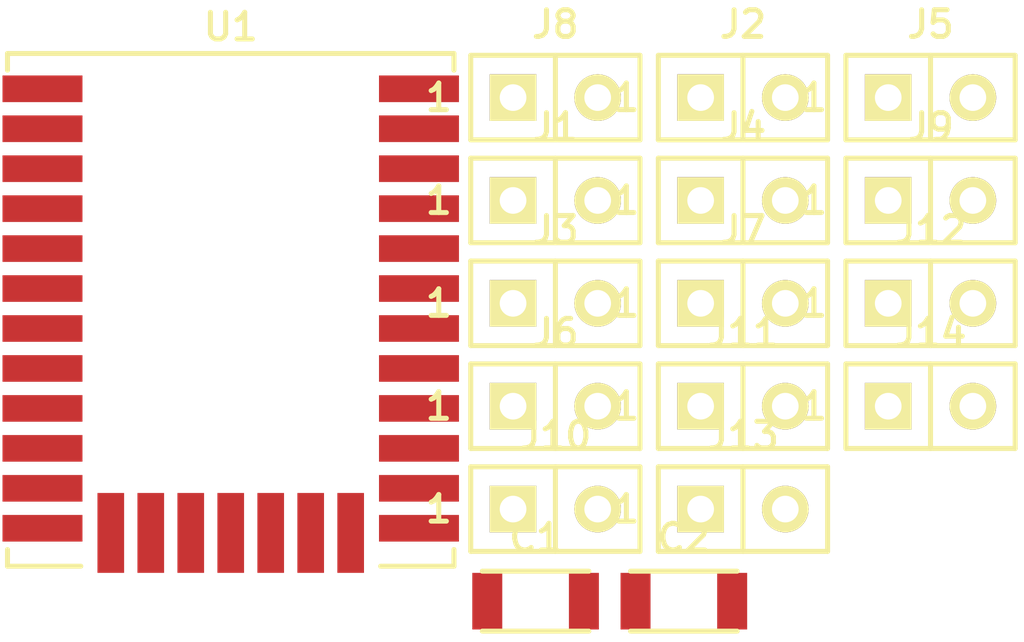
<source format=kicad_pcb>
(kicad_pcb (version 20171130) (host pcbnew "(5.0.2)-1")

  (general
    (thickness 1.6)
    (drawings 0)
    (tracks 0)
    (zones 0)
    (modules 17)
    (nets 43)
  )

  (page A4)
  (layers
    (0 F.Cu signal)
    (31 B.Cu signal)
    (32 B.Adhes user)
    (33 F.Adhes user)
    (34 B.Paste user)
    (35 F.Paste user)
    (36 B.SilkS user)
    (37 F.SilkS user)
    (38 B.Mask user)
    (39 F.Mask user)
    (40 Dwgs.User user)
    (41 Cmts.User user)
    (42 Eco1.User user)
    (43 Eco2.User user)
    (44 Edge.Cuts user)
    (45 Margin user)
    (46 B.CrtYd user)
    (47 F.CrtYd user)
    (48 B.Fab user)
    (49 F.Fab user)
  )

  (setup
    (last_trace_width 0.25)
    (trace_clearance 0.2)
    (zone_clearance 0.508)
    (zone_45_only no)
    (trace_min 0.2)
    (segment_width 0.2)
    (edge_width 0.15)
    (via_size 0.8)
    (via_drill 0.4)
    (via_min_size 0.4)
    (via_min_drill 0.3)
    (uvia_size 0.3)
    (uvia_drill 0.1)
    (uvias_allowed no)
    (uvia_min_size 0.2)
    (uvia_min_drill 0.1)
    (pcb_text_width 0.3)
    (pcb_text_size 1.5 1.5)
    (mod_edge_width 0.15)
    (mod_text_size 1 1)
    (mod_text_width 0.15)
    (pad_size 1.524 1.524)
    (pad_drill 0.762)
    (pad_to_mask_clearance 0.2)
    (solder_mask_min_width 0.25)
    (aux_axis_origin 0 0)
    (visible_elements 7FFFFFFF)
    (pcbplotparams
      (layerselection 0x010fc_ffffffff)
      (usegerberextensions false)
      (usegerberattributes false)
      (usegerberadvancedattributes false)
      (creategerberjobfile false)
      (excludeedgelayer true)
      (linewidth 0.100000)
      (plotframeref false)
      (viasonmask false)
      (mode 1)
      (useauxorigin false)
      (hpglpennumber 1)
      (hpglpenspeed 20)
      (hpglpendiameter 15.000000)
      (psnegative false)
      (psa4output false)
      (plotreference true)
      (plotvalue true)
      (plotinvisibletext false)
      (padsonsilk false)
      (subtractmaskfromsilk false)
      (outputformat 1)
      (mirror false)
      (drillshape 1)
      (scaleselection 1)
      (outputdirectory ""))
  )

  (net 0 "")
  (net 1 +VDD)
  (net 2 GND-ISO)
  (net 3 +3.3V)
  (net 4 GND)
  (net 5 /ARDUINO_D0)
  (net 6 /BLE_TX)
  (net 7 /ARDUINO_D14)
  (net 8 /ARDUINO_A0)
  (net 9 /ARDUINO_A4)
  (net 10 /ARDUINO_D1)
  (net 11 /BLE_RX)
  (net 12 /ARDUINO_D15)
  (net 13 /ARDUINO_A1)
  (net 14 /ARDUINO_A5)
  (net 15 /BLE_RESET)
  (net 16 /ARDUINO_D2)
  (net 17 /ARDUINO_D3)
  (net 18 /ARDUINO_D4)
  (net 19 /ARDUINO_D5)
  (net 20 "Net-(U1-Pad2)")
  (net 21 "Net-(U1-Pad3)")
  (net 22 "Net-(U1-Pad4)")
  (net 23 "Net-(U1-Pad7)")
  (net 24 "Net-(U1-Pad8)")
  (net 25 "Net-(U1-Pad9)")
  (net 26 "Net-(U1-Pad10)")
  (net 27 "Net-(U1-Pad11)")
  (net 28 "Net-(U1-Pad28)")
  (net 29 "Net-(U1-Pad27)")
  (net 30 "Net-(U1-Pad26)")
  (net 31 "Net-(U1-Pad25)")
  (net 32 "Net-(U1-Pad24)")
  (net 33 "Net-(U1-Pad23)")
  (net 34 "Net-(U1-Pad22)")
  (net 35 "Net-(U1-Pad21)")
  (net 36 "Net-(U1-Pad16)")
  (net 37 "Net-(U1-Pad17)")
  (net 38 "Net-(U1-Pad18)")
  (net 39 "Net-(U1-Pad19)")
  (net 40 "Net-(U1-Pad15)")
  (net 41 "Net-(U1-Pad14)")
  (net 42 "Net-(U1-Pad13)")

  (net_class Default "Questo è il gruppo di collegamenti predefinito"
    (clearance 0.2)
    (trace_width 0.25)
    (via_dia 0.8)
    (via_drill 0.4)
    (uvia_dia 0.3)
    (uvia_drill 0.1)
    (add_net +3.3V)
    (add_net +VDD)
    (add_net /ARDUINO_A0)
    (add_net /ARDUINO_A1)
    (add_net /ARDUINO_A4)
    (add_net /ARDUINO_A5)
    (add_net /ARDUINO_D0)
    (add_net /ARDUINO_D1)
    (add_net /ARDUINO_D14)
    (add_net /ARDUINO_D15)
    (add_net /ARDUINO_D2)
    (add_net /ARDUINO_D3)
    (add_net /ARDUINO_D4)
    (add_net /ARDUINO_D5)
    (add_net /BLE_RESET)
    (add_net /BLE_RX)
    (add_net /BLE_TX)
    (add_net GND)
    (add_net GND-ISO)
    (add_net "Net-(U1-Pad10)")
    (add_net "Net-(U1-Pad11)")
    (add_net "Net-(U1-Pad13)")
    (add_net "Net-(U1-Pad14)")
    (add_net "Net-(U1-Pad15)")
    (add_net "Net-(U1-Pad16)")
    (add_net "Net-(U1-Pad17)")
    (add_net "Net-(U1-Pad18)")
    (add_net "Net-(U1-Pad19)")
    (add_net "Net-(U1-Pad2)")
    (add_net "Net-(U1-Pad21)")
    (add_net "Net-(U1-Pad22)")
    (add_net "Net-(U1-Pad23)")
    (add_net "Net-(U1-Pad24)")
    (add_net "Net-(U1-Pad25)")
    (add_net "Net-(U1-Pad26)")
    (add_net "Net-(U1-Pad27)")
    (add_net "Net-(U1-Pad28)")
    (add_net "Net-(U1-Pad3)")
    (add_net "Net-(U1-Pad4)")
    (add_net "Net-(U1-Pad7)")
    (add_net "Net-(U1-Pad8)")
    (add_net "Net-(U1-Pad9)")
  )

  (module CAPACITOR:CAPACITOR-1206 (layer F.Cu) (tedit 58B964EB) (tstamp 5C9F748E)
    (at 141.805001 85.255001)
    (descr "Capacitor SMD 1206, reflow soldering, Vishay (see dcrcw.pdf)")
    (tags "capacitor 1206")
    (path /5C9400EE)
    (attr smd)
    (fp_text reference C1 (at 0 -1.9) (layer F.SilkS)
      (effects (font (size 0.8 0.8) (thickness 0.15)))
    )
    (fp_text value 4u7 (at 0 2) (layer F.Fab) hide
      (effects (font (size 0.8 0.8) (thickness 0.15)))
    )
    (fp_text user %R (at 0 -1.9) (layer F.Fab)
      (effects (font (size 0.8 0.8) (thickness 0.15)))
    )
    (fp_line (start 1.6 0.9) (end -1.6 0.9) (layer F.SilkS) (width 0.15))
    (fp_line (start -1.6 -0.9) (end 1.6 -0.9) (layer F.SilkS) (width 0.15))
    (fp_line (start 1.1 -0.8) (end 1.1 0.8) (layer F.Fab) (width 0.15))
    (fp_line (start -1.1 -0.8) (end -1.1 0.7) (layer F.Fab) (width 0.15))
    (fp_line (start -1.6 0.8) (end -1.6 -0.8) (layer F.Fab) (width 0.15))
    (fp_line (start -1.6 -0.8) (end 1.6 -0.8) (layer F.Fab) (width 0.15))
    (fp_line (start 1.6 -0.8) (end 1.6 0.8) (layer F.Fab) (width 0.15))
    (fp_line (start 1.6 0.8) (end -1.6 0.8) (layer F.Fab) (width 0.15))
    (fp_line (start -2.2 -1.2) (end 2.2 -1.2) (layer F.CrtYd) (width 0.05))
    (fp_line (start -2.2 1.2) (end 2.2 1.2) (layer F.CrtYd) (width 0.05))
    (fp_line (start -2.2 -1.2) (end -2.2 1.2) (layer F.CrtYd) (width 0.05))
    (fp_line (start 2.2 -1.2) (end 2.2 1.2) (layer F.CrtYd) (width 0.05))
    (pad 1 smd rect (at -1.45 0) (size 0.9 1.7) (layers F.Cu F.Paste F.Mask)
      (net 1 +VDD))
    (pad 2 smd rect (at 1.45 0) (size 0.9 1.7) (layers F.Cu F.Paste F.Mask)
      (net 2 GND-ISO))
    (model ${KINOWAEMOD}/packages3d/walter/capacitor/c_1206.wrl
      (at (xyz 0 0 0))
      (scale (xyz 1 1 1))
      (rotate (xyz 0 0 0))
    )
  )

  (module CAPACITOR:CAPACITOR-1206 (layer F.Cu) (tedit 58B964EB) (tstamp 5C9F74A1)
    (at 146.255001 85.255001)
    (descr "Capacitor SMD 1206, reflow soldering, Vishay (see dcrcw.pdf)")
    (tags "capacitor 1206")
    (path /5C940195)
    (attr smd)
    (fp_text reference C2 (at 0 -1.9) (layer F.SilkS)
      (effects (font (size 0.8 0.8) (thickness 0.15)))
    )
    (fp_text value 100n (at 0 2) (layer F.Fab) hide
      (effects (font (size 0.8 0.8) (thickness 0.15)))
    )
    (fp_line (start 2.2 -1.2) (end 2.2 1.2) (layer F.CrtYd) (width 0.05))
    (fp_line (start -2.2 -1.2) (end -2.2 1.2) (layer F.CrtYd) (width 0.05))
    (fp_line (start -2.2 1.2) (end 2.2 1.2) (layer F.CrtYd) (width 0.05))
    (fp_line (start -2.2 -1.2) (end 2.2 -1.2) (layer F.CrtYd) (width 0.05))
    (fp_line (start 1.6 0.8) (end -1.6 0.8) (layer F.Fab) (width 0.15))
    (fp_line (start 1.6 -0.8) (end 1.6 0.8) (layer F.Fab) (width 0.15))
    (fp_line (start -1.6 -0.8) (end 1.6 -0.8) (layer F.Fab) (width 0.15))
    (fp_line (start -1.6 0.8) (end -1.6 -0.8) (layer F.Fab) (width 0.15))
    (fp_line (start -1.1 -0.8) (end -1.1 0.7) (layer F.Fab) (width 0.15))
    (fp_line (start 1.1 -0.8) (end 1.1 0.8) (layer F.Fab) (width 0.15))
    (fp_line (start -1.6 -0.9) (end 1.6 -0.9) (layer F.SilkS) (width 0.15))
    (fp_line (start 1.6 0.9) (end -1.6 0.9) (layer F.SilkS) (width 0.15))
    (fp_text user %R (at 0 -1.9) (layer F.Fab)
      (effects (font (size 0.8 0.8) (thickness 0.15)))
    )
    (pad 2 smd rect (at 1.45 0) (size 0.9 1.7) (layers F.Cu F.Paste F.Mask)
      (net 2 GND-ISO))
    (pad 1 smd rect (at -1.45 0) (size 0.9 1.7) (layers F.Cu F.Paste F.Mask)
      (net 1 +VDD))
    (model ${KINOWAEMOD}/packages3d/walter/capacitor/c_1206.wrl
      (at (xyz 0 0 0))
      (scale (xyz 1 1 1))
      (rotate (xyz 0 0 0))
    )
  )

  (module CONNECTOR:CONN-STRIP-2x1-2.54 (layer F.Cu) (tedit 5988927C) (tstamp 5C9F74BC)
    (at 142.399001 73.219001)
    (descr "Strip connector 4x1 2.54mm 180G")
    (path /5C8DF068)
    (fp_text reference J1 (at 0 -2.2) (layer F.SilkS)
      (effects (font (size 0.8 0.8) (thickness 0.15)))
    )
    (fp_text value JUMPER-2 (at 0 2.3) (layer F.Fab) hide
      (effects (font (size 0.8 0.8) (thickness 0.15)))
    )
    (fp_line (start -1.67 0) (end -0.87 0) (layer F.Fab) (width 0.1))
    (fp_line (start 0.87 0) (end 1.67 0) (layer F.Fab) (width 0.1))
    (fp_line (start -1.27 -0.4) (end -1.27 0.4) (layer F.Fab) (width 0.1))
    (fp_line (start 1.27 -0.4) (end 1.27 0.4) (layer F.Fab) (width 0.1))
    (fp_circle (center -1.27 0) (end -0.87 0) (layer F.Fab) (width 0.1))
    (fp_circle (center 1.27 0) (end 1.67 0) (layer F.Fab) (width 0.1))
    (fp_line (start -2.54 1.27) (end -2.54 -1.27) (layer F.Fab) (width 0.15))
    (fp_line (start 2.54 1.27) (end -2.54 1.27) (layer F.Fab) (width 0.15))
    (fp_line (start 2.54 -1.27) (end 2.54 1.27) (layer F.Fab) (width 0.15))
    (fp_line (start -2.54 -1.27) (end 2.54 -1.27) (layer F.Fab) (width 0.15))
    (fp_line (start -2.54 1.27) (end -2.54 -1.27) (layer F.SilkS) (width 0.15))
    (fp_line (start 2.54 1.27) (end -2.54 1.27) (layer F.SilkS) (width 0.15))
    (fp_line (start 2.54 -1.27) (end 2.54 1.27) (layer F.SilkS) (width 0.15))
    (fp_line (start -2.54 -1.27) (end 2.54 -1.27) (layer F.SilkS) (width 0.15))
    (fp_line (start 0 -1.27) (end 0 1.27) (layer F.SilkS) (width 0.15))
    (fp_text user 1 (at -3.5 0) (layer F.SilkS)
      (effects (font (size 0.8 0.8) (thickness 0.15)))
    )
    (fp_line (start -2.794 1.524) (end -2.794 -1.524) (layer F.CrtYd) (width 0.05))
    (fp_line (start 2.794 1.524) (end -2.794 1.524) (layer F.CrtYd) (width 0.05))
    (fp_line (start 2.794 -1.524) (end 2.794 1.524) (layer F.CrtYd) (width 0.05))
    (fp_line (start -2.794 -1.524) (end 2.794 -1.524) (layer F.CrtYd) (width 0.05))
    (fp_text user %R (at 0 -2.2) (layer F.Fab)
      (effects (font (size 0.8 0.8) (thickness 0.15)))
    )
    (pad 1 thru_hole rect (at -1.27 0) (size 1.4 1.4) (drill 0.8) (layers *.Cu *.Mask F.SilkS)
      (net 3 +3.3V))
    (pad 2 thru_hole circle (at 1.27 0) (size 1.4 1.4) (drill 0.8) (layers *.Cu *.Mask F.SilkS)
      (net 1 +VDD))
    (model ${KINOWAEMOD}/packages3d/walter/connector/pin_strip_2.wrl
      (at (xyz 0 0 0))
      (scale (xyz 1 1 1))
      (rotate (xyz 0 0 0))
    )
  )

  (module CONNECTOR:CONN-STRIP-2x1-2.54 (layer F.Cu) (tedit 5988927C) (tstamp 5C9F74D7)
    (at 148.029001 70.129001)
    (descr "Strip connector 4x1 2.54mm 180G")
    (path /5C8DF10C)
    (fp_text reference J2 (at 0 -2.2) (layer F.SilkS)
      (effects (font (size 0.8 0.8) (thickness 0.15)))
    )
    (fp_text value JUMPER-2 (at 0 2.3) (layer F.Fab) hide
      (effects (font (size 0.8 0.8) (thickness 0.15)))
    )
    (fp_text user %R (at 0 -2.2) (layer F.Fab)
      (effects (font (size 0.8 0.8) (thickness 0.15)))
    )
    (fp_line (start -2.794 -1.524) (end 2.794 -1.524) (layer F.CrtYd) (width 0.05))
    (fp_line (start 2.794 -1.524) (end 2.794 1.524) (layer F.CrtYd) (width 0.05))
    (fp_line (start 2.794 1.524) (end -2.794 1.524) (layer F.CrtYd) (width 0.05))
    (fp_line (start -2.794 1.524) (end -2.794 -1.524) (layer F.CrtYd) (width 0.05))
    (fp_text user 1 (at -3.5 0) (layer F.SilkS)
      (effects (font (size 0.8 0.8) (thickness 0.15)))
    )
    (fp_line (start 0 -1.27) (end 0 1.27) (layer F.SilkS) (width 0.15))
    (fp_line (start -2.54 -1.27) (end 2.54 -1.27) (layer F.SilkS) (width 0.15))
    (fp_line (start 2.54 -1.27) (end 2.54 1.27) (layer F.SilkS) (width 0.15))
    (fp_line (start 2.54 1.27) (end -2.54 1.27) (layer F.SilkS) (width 0.15))
    (fp_line (start -2.54 1.27) (end -2.54 -1.27) (layer F.SilkS) (width 0.15))
    (fp_line (start -2.54 -1.27) (end 2.54 -1.27) (layer F.Fab) (width 0.15))
    (fp_line (start 2.54 -1.27) (end 2.54 1.27) (layer F.Fab) (width 0.15))
    (fp_line (start 2.54 1.27) (end -2.54 1.27) (layer F.Fab) (width 0.15))
    (fp_line (start -2.54 1.27) (end -2.54 -1.27) (layer F.Fab) (width 0.15))
    (fp_circle (center 1.27 0) (end 1.67 0) (layer F.Fab) (width 0.1))
    (fp_circle (center -1.27 0) (end -0.87 0) (layer F.Fab) (width 0.1))
    (fp_line (start 1.27 -0.4) (end 1.27 0.4) (layer F.Fab) (width 0.1))
    (fp_line (start -1.27 -0.4) (end -1.27 0.4) (layer F.Fab) (width 0.1))
    (fp_line (start 0.87 0) (end 1.67 0) (layer F.Fab) (width 0.1))
    (fp_line (start -1.67 0) (end -0.87 0) (layer F.Fab) (width 0.1))
    (pad 2 thru_hole circle (at 1.27 0) (size 1.4 1.4) (drill 0.8) (layers *.Cu *.Mask F.SilkS)
      (net 2 GND-ISO))
    (pad 1 thru_hole rect (at -1.27 0) (size 1.4 1.4) (drill 0.8) (layers *.Cu *.Mask F.SilkS)
      (net 4 GND))
    (model ${KINOWAEMOD}/packages3d/walter/connector/pin_strip_2.wrl
      (at (xyz 0 0 0))
      (scale (xyz 1 1 1))
      (rotate (xyz 0 0 0))
    )
  )

  (module CONNECTOR:CONN-STRIP-2x1-2.54 (layer F.Cu) (tedit 5988927C) (tstamp 5C9F74F2)
    (at 142.399001 76.309001)
    (descr "Strip connector 4x1 2.54mm 180G")
    (path /5C933E53)
    (fp_text reference J3 (at 0 -2.2) (layer F.SilkS)
      (effects (font (size 0.8 0.8) (thickness 0.15)))
    )
    (fp_text value JUMPER-2 (at 0 2.3) (layer F.Fab) hide
      (effects (font (size 0.8 0.8) (thickness 0.15)))
    )
    (fp_line (start -1.67 0) (end -0.87 0) (layer F.Fab) (width 0.1))
    (fp_line (start 0.87 0) (end 1.67 0) (layer F.Fab) (width 0.1))
    (fp_line (start -1.27 -0.4) (end -1.27 0.4) (layer F.Fab) (width 0.1))
    (fp_line (start 1.27 -0.4) (end 1.27 0.4) (layer F.Fab) (width 0.1))
    (fp_circle (center -1.27 0) (end -0.87 0) (layer F.Fab) (width 0.1))
    (fp_circle (center 1.27 0) (end 1.67 0) (layer F.Fab) (width 0.1))
    (fp_line (start -2.54 1.27) (end -2.54 -1.27) (layer F.Fab) (width 0.15))
    (fp_line (start 2.54 1.27) (end -2.54 1.27) (layer F.Fab) (width 0.15))
    (fp_line (start 2.54 -1.27) (end 2.54 1.27) (layer F.Fab) (width 0.15))
    (fp_line (start -2.54 -1.27) (end 2.54 -1.27) (layer F.Fab) (width 0.15))
    (fp_line (start -2.54 1.27) (end -2.54 -1.27) (layer F.SilkS) (width 0.15))
    (fp_line (start 2.54 1.27) (end -2.54 1.27) (layer F.SilkS) (width 0.15))
    (fp_line (start 2.54 -1.27) (end 2.54 1.27) (layer F.SilkS) (width 0.15))
    (fp_line (start -2.54 -1.27) (end 2.54 -1.27) (layer F.SilkS) (width 0.15))
    (fp_line (start 0 -1.27) (end 0 1.27) (layer F.SilkS) (width 0.15))
    (fp_text user 1 (at -3.5 0) (layer F.SilkS)
      (effects (font (size 0.8 0.8) (thickness 0.15)))
    )
    (fp_line (start -2.794 1.524) (end -2.794 -1.524) (layer F.CrtYd) (width 0.05))
    (fp_line (start 2.794 1.524) (end -2.794 1.524) (layer F.CrtYd) (width 0.05))
    (fp_line (start 2.794 -1.524) (end 2.794 1.524) (layer F.CrtYd) (width 0.05))
    (fp_line (start -2.794 -1.524) (end 2.794 -1.524) (layer F.CrtYd) (width 0.05))
    (fp_text user %R (at 0 -2.2) (layer F.Fab)
      (effects (font (size 0.8 0.8) (thickness 0.15)))
    )
    (pad 1 thru_hole rect (at -1.27 0) (size 1.4 1.4) (drill 0.8) (layers *.Cu *.Mask F.SilkS)
      (net 5 /ARDUINO_D0))
    (pad 2 thru_hole circle (at 1.27 0) (size 1.4 1.4) (drill 0.8) (layers *.Cu *.Mask F.SilkS)
      (net 6 /BLE_TX))
    (model ${KINOWAEMOD}/packages3d/walter/connector/pin_strip_2.wrl
      (at (xyz 0 0 0))
      (scale (xyz 1 1 1))
      (rotate (xyz 0 0 0))
    )
  )

  (module CONNECTOR:CONN-STRIP-2x1-2.54 (layer F.Cu) (tedit 5988927C) (tstamp 5C9F750D)
    (at 148.029001 73.219001)
    (descr "Strip connector 4x1 2.54mm 180G")
    (path /5C933EE9)
    (fp_text reference J4 (at 0 -2.2) (layer F.SilkS)
      (effects (font (size 0.8 0.8) (thickness 0.15)))
    )
    (fp_text value JUMPER-2 (at 0 2.3) (layer F.Fab) hide
      (effects (font (size 0.8 0.8) (thickness 0.15)))
    )
    (fp_text user %R (at 0 -2.2) (layer F.Fab)
      (effects (font (size 0.8 0.8) (thickness 0.15)))
    )
    (fp_line (start -2.794 -1.524) (end 2.794 -1.524) (layer F.CrtYd) (width 0.05))
    (fp_line (start 2.794 -1.524) (end 2.794 1.524) (layer F.CrtYd) (width 0.05))
    (fp_line (start 2.794 1.524) (end -2.794 1.524) (layer F.CrtYd) (width 0.05))
    (fp_line (start -2.794 1.524) (end -2.794 -1.524) (layer F.CrtYd) (width 0.05))
    (fp_text user 1 (at -3.5 0) (layer F.SilkS)
      (effects (font (size 0.8 0.8) (thickness 0.15)))
    )
    (fp_line (start 0 -1.27) (end 0 1.27) (layer F.SilkS) (width 0.15))
    (fp_line (start -2.54 -1.27) (end 2.54 -1.27) (layer F.SilkS) (width 0.15))
    (fp_line (start 2.54 -1.27) (end 2.54 1.27) (layer F.SilkS) (width 0.15))
    (fp_line (start 2.54 1.27) (end -2.54 1.27) (layer F.SilkS) (width 0.15))
    (fp_line (start -2.54 1.27) (end -2.54 -1.27) (layer F.SilkS) (width 0.15))
    (fp_line (start -2.54 -1.27) (end 2.54 -1.27) (layer F.Fab) (width 0.15))
    (fp_line (start 2.54 -1.27) (end 2.54 1.27) (layer F.Fab) (width 0.15))
    (fp_line (start 2.54 1.27) (end -2.54 1.27) (layer F.Fab) (width 0.15))
    (fp_line (start -2.54 1.27) (end -2.54 -1.27) (layer F.Fab) (width 0.15))
    (fp_circle (center 1.27 0) (end 1.67 0) (layer F.Fab) (width 0.1))
    (fp_circle (center -1.27 0) (end -0.87 0) (layer F.Fab) (width 0.1))
    (fp_line (start 1.27 -0.4) (end 1.27 0.4) (layer F.Fab) (width 0.1))
    (fp_line (start -1.27 -0.4) (end -1.27 0.4) (layer F.Fab) (width 0.1))
    (fp_line (start 0.87 0) (end 1.67 0) (layer F.Fab) (width 0.1))
    (fp_line (start -1.67 0) (end -0.87 0) (layer F.Fab) (width 0.1))
    (pad 2 thru_hole circle (at 1.27 0) (size 1.4 1.4) (drill 0.8) (layers *.Cu *.Mask F.SilkS)
      (net 6 /BLE_TX))
    (pad 1 thru_hole rect (at -1.27 0) (size 1.4 1.4) (drill 0.8) (layers *.Cu *.Mask F.SilkS)
      (net 7 /ARDUINO_D14))
    (model ${KINOWAEMOD}/packages3d/walter/connector/pin_strip_2.wrl
      (at (xyz 0 0 0))
      (scale (xyz 1 1 1))
      (rotate (xyz 0 0 0))
    )
  )

  (module CONNECTOR:CONN-STRIP-2x1-2.54 (layer F.Cu) (tedit 5988927C) (tstamp 5C9F7528)
    (at 153.659001 70.129001)
    (descr "Strip connector 4x1 2.54mm 180G")
    (path /5C933F0F)
    (fp_text reference J5 (at 0 -2.2) (layer F.SilkS)
      (effects (font (size 0.8 0.8) (thickness 0.15)))
    )
    (fp_text value JUMPER-2 (at 0 2.3) (layer F.Fab) hide
      (effects (font (size 0.8 0.8) (thickness 0.15)))
    )
    (fp_line (start -1.67 0) (end -0.87 0) (layer F.Fab) (width 0.1))
    (fp_line (start 0.87 0) (end 1.67 0) (layer F.Fab) (width 0.1))
    (fp_line (start -1.27 -0.4) (end -1.27 0.4) (layer F.Fab) (width 0.1))
    (fp_line (start 1.27 -0.4) (end 1.27 0.4) (layer F.Fab) (width 0.1))
    (fp_circle (center -1.27 0) (end -0.87 0) (layer F.Fab) (width 0.1))
    (fp_circle (center 1.27 0) (end 1.67 0) (layer F.Fab) (width 0.1))
    (fp_line (start -2.54 1.27) (end -2.54 -1.27) (layer F.Fab) (width 0.15))
    (fp_line (start 2.54 1.27) (end -2.54 1.27) (layer F.Fab) (width 0.15))
    (fp_line (start 2.54 -1.27) (end 2.54 1.27) (layer F.Fab) (width 0.15))
    (fp_line (start -2.54 -1.27) (end 2.54 -1.27) (layer F.Fab) (width 0.15))
    (fp_line (start -2.54 1.27) (end -2.54 -1.27) (layer F.SilkS) (width 0.15))
    (fp_line (start 2.54 1.27) (end -2.54 1.27) (layer F.SilkS) (width 0.15))
    (fp_line (start 2.54 -1.27) (end 2.54 1.27) (layer F.SilkS) (width 0.15))
    (fp_line (start -2.54 -1.27) (end 2.54 -1.27) (layer F.SilkS) (width 0.15))
    (fp_line (start 0 -1.27) (end 0 1.27) (layer F.SilkS) (width 0.15))
    (fp_text user 1 (at -3.5 0) (layer F.SilkS)
      (effects (font (size 0.8 0.8) (thickness 0.15)))
    )
    (fp_line (start -2.794 1.524) (end -2.794 -1.524) (layer F.CrtYd) (width 0.05))
    (fp_line (start 2.794 1.524) (end -2.794 1.524) (layer F.CrtYd) (width 0.05))
    (fp_line (start 2.794 -1.524) (end 2.794 1.524) (layer F.CrtYd) (width 0.05))
    (fp_line (start -2.794 -1.524) (end 2.794 -1.524) (layer F.CrtYd) (width 0.05))
    (fp_text user %R (at 0 -2.2) (layer F.Fab)
      (effects (font (size 0.8 0.8) (thickness 0.15)))
    )
    (pad 1 thru_hole rect (at -1.27 0) (size 1.4 1.4) (drill 0.8) (layers *.Cu *.Mask F.SilkS)
      (net 8 /ARDUINO_A0))
    (pad 2 thru_hole circle (at 1.27 0) (size 1.4 1.4) (drill 0.8) (layers *.Cu *.Mask F.SilkS)
      (net 6 /BLE_TX))
    (model ${KINOWAEMOD}/packages3d/walter/connector/pin_strip_2.wrl
      (at (xyz 0 0 0))
      (scale (xyz 1 1 1))
      (rotate (xyz 0 0 0))
    )
  )

  (module CONNECTOR:CONN-STRIP-2x1-2.54 (layer F.Cu) (tedit 5988927C) (tstamp 5C9F7543)
    (at 142.399001 79.399001)
    (descr "Strip connector 4x1 2.54mm 180G")
    (path /5C982DCC)
    (fp_text reference J6 (at 0 -2.2) (layer F.SilkS)
      (effects (font (size 0.8 0.8) (thickness 0.15)))
    )
    (fp_text value JUMPER-2 (at 0 2.3) (layer F.Fab) hide
      (effects (font (size 0.8 0.8) (thickness 0.15)))
    )
    (fp_text user %R (at 0 -2.2) (layer F.Fab)
      (effects (font (size 0.8 0.8) (thickness 0.15)))
    )
    (fp_line (start -2.794 -1.524) (end 2.794 -1.524) (layer F.CrtYd) (width 0.05))
    (fp_line (start 2.794 -1.524) (end 2.794 1.524) (layer F.CrtYd) (width 0.05))
    (fp_line (start 2.794 1.524) (end -2.794 1.524) (layer F.CrtYd) (width 0.05))
    (fp_line (start -2.794 1.524) (end -2.794 -1.524) (layer F.CrtYd) (width 0.05))
    (fp_text user 1 (at -3.5 0) (layer F.SilkS)
      (effects (font (size 0.8 0.8) (thickness 0.15)))
    )
    (fp_line (start 0 -1.27) (end 0 1.27) (layer F.SilkS) (width 0.15))
    (fp_line (start -2.54 -1.27) (end 2.54 -1.27) (layer F.SilkS) (width 0.15))
    (fp_line (start 2.54 -1.27) (end 2.54 1.27) (layer F.SilkS) (width 0.15))
    (fp_line (start 2.54 1.27) (end -2.54 1.27) (layer F.SilkS) (width 0.15))
    (fp_line (start -2.54 1.27) (end -2.54 -1.27) (layer F.SilkS) (width 0.15))
    (fp_line (start -2.54 -1.27) (end 2.54 -1.27) (layer F.Fab) (width 0.15))
    (fp_line (start 2.54 -1.27) (end 2.54 1.27) (layer F.Fab) (width 0.15))
    (fp_line (start 2.54 1.27) (end -2.54 1.27) (layer F.Fab) (width 0.15))
    (fp_line (start -2.54 1.27) (end -2.54 -1.27) (layer F.Fab) (width 0.15))
    (fp_circle (center 1.27 0) (end 1.67 0) (layer F.Fab) (width 0.1))
    (fp_circle (center -1.27 0) (end -0.87 0) (layer F.Fab) (width 0.1))
    (fp_line (start 1.27 -0.4) (end 1.27 0.4) (layer F.Fab) (width 0.1))
    (fp_line (start -1.27 -0.4) (end -1.27 0.4) (layer F.Fab) (width 0.1))
    (fp_line (start 0.87 0) (end 1.67 0) (layer F.Fab) (width 0.1))
    (fp_line (start -1.67 0) (end -0.87 0) (layer F.Fab) (width 0.1))
    (pad 2 thru_hole circle (at 1.27 0) (size 1.4 1.4) (drill 0.8) (layers *.Cu *.Mask F.SilkS)
      (net 6 /BLE_TX))
    (pad 1 thru_hole rect (at -1.27 0) (size 1.4 1.4) (drill 0.8) (layers *.Cu *.Mask F.SilkS)
      (net 9 /ARDUINO_A4))
    (model ${KINOWAEMOD}/packages3d/walter/connector/pin_strip_2.wrl
      (at (xyz 0 0 0))
      (scale (xyz 1 1 1))
      (rotate (xyz 0 0 0))
    )
  )

  (module CONNECTOR:CONN-STRIP-2x1-2.54 (layer F.Cu) (tedit 5988927C) (tstamp 5C9F755E)
    (at 148.029001 76.309001)
    (descr "Strip connector 4x1 2.54mm 180G")
    (path /5C98D9AC)
    (fp_text reference J7 (at 0 -2.2) (layer F.SilkS)
      (effects (font (size 0.8 0.8) (thickness 0.15)))
    )
    (fp_text value JUMPER-2 (at 0 2.3) (layer F.Fab) hide
      (effects (font (size 0.8 0.8) (thickness 0.15)))
    )
    (fp_line (start -1.67 0) (end -0.87 0) (layer F.Fab) (width 0.1))
    (fp_line (start 0.87 0) (end 1.67 0) (layer F.Fab) (width 0.1))
    (fp_line (start -1.27 -0.4) (end -1.27 0.4) (layer F.Fab) (width 0.1))
    (fp_line (start 1.27 -0.4) (end 1.27 0.4) (layer F.Fab) (width 0.1))
    (fp_circle (center -1.27 0) (end -0.87 0) (layer F.Fab) (width 0.1))
    (fp_circle (center 1.27 0) (end 1.67 0) (layer F.Fab) (width 0.1))
    (fp_line (start -2.54 1.27) (end -2.54 -1.27) (layer F.Fab) (width 0.15))
    (fp_line (start 2.54 1.27) (end -2.54 1.27) (layer F.Fab) (width 0.15))
    (fp_line (start 2.54 -1.27) (end 2.54 1.27) (layer F.Fab) (width 0.15))
    (fp_line (start -2.54 -1.27) (end 2.54 -1.27) (layer F.Fab) (width 0.15))
    (fp_line (start -2.54 1.27) (end -2.54 -1.27) (layer F.SilkS) (width 0.15))
    (fp_line (start 2.54 1.27) (end -2.54 1.27) (layer F.SilkS) (width 0.15))
    (fp_line (start 2.54 -1.27) (end 2.54 1.27) (layer F.SilkS) (width 0.15))
    (fp_line (start -2.54 -1.27) (end 2.54 -1.27) (layer F.SilkS) (width 0.15))
    (fp_line (start 0 -1.27) (end 0 1.27) (layer F.SilkS) (width 0.15))
    (fp_text user 1 (at -3.5 0) (layer F.SilkS)
      (effects (font (size 0.8 0.8) (thickness 0.15)))
    )
    (fp_line (start -2.794 1.524) (end -2.794 -1.524) (layer F.CrtYd) (width 0.05))
    (fp_line (start 2.794 1.524) (end -2.794 1.524) (layer F.CrtYd) (width 0.05))
    (fp_line (start 2.794 -1.524) (end 2.794 1.524) (layer F.CrtYd) (width 0.05))
    (fp_line (start -2.794 -1.524) (end 2.794 -1.524) (layer F.CrtYd) (width 0.05))
    (fp_text user %R (at 0 -2.2) (layer F.Fab)
      (effects (font (size 0.8 0.8) (thickness 0.15)))
    )
    (pad 1 thru_hole rect (at -1.27 0) (size 1.4 1.4) (drill 0.8) (layers *.Cu *.Mask F.SilkS)
      (net 10 /ARDUINO_D1))
    (pad 2 thru_hole circle (at 1.27 0) (size 1.4 1.4) (drill 0.8) (layers *.Cu *.Mask F.SilkS)
      (net 11 /BLE_RX))
    (model ${KINOWAEMOD}/packages3d/walter/connector/pin_strip_2.wrl
      (at (xyz 0 0 0))
      (scale (xyz 1 1 1))
      (rotate (xyz 0 0 0))
    )
  )

  (module CONNECTOR:CONN-STRIP-2x1-2.54 (layer F.Cu) (tedit 5988927C) (tstamp 5C9F7579)
    (at 142.399001 70.129001)
    (descr "Strip connector 4x1 2.54mm 180G")
    (path /5C939F2D)
    (fp_text reference J8 (at 0 -2.2) (layer F.SilkS)
      (effects (font (size 0.8 0.8) (thickness 0.15)))
    )
    (fp_text value JUMPER-2 (at 0 2.3) (layer F.Fab) hide
      (effects (font (size 0.8 0.8) (thickness 0.15)))
    )
    (fp_text user %R (at 0 -2.2) (layer F.Fab)
      (effects (font (size 0.8 0.8) (thickness 0.15)))
    )
    (fp_line (start -2.794 -1.524) (end 2.794 -1.524) (layer F.CrtYd) (width 0.05))
    (fp_line (start 2.794 -1.524) (end 2.794 1.524) (layer F.CrtYd) (width 0.05))
    (fp_line (start 2.794 1.524) (end -2.794 1.524) (layer F.CrtYd) (width 0.05))
    (fp_line (start -2.794 1.524) (end -2.794 -1.524) (layer F.CrtYd) (width 0.05))
    (fp_text user 1 (at -3.5 0) (layer F.SilkS)
      (effects (font (size 0.8 0.8) (thickness 0.15)))
    )
    (fp_line (start 0 -1.27) (end 0 1.27) (layer F.SilkS) (width 0.15))
    (fp_line (start -2.54 -1.27) (end 2.54 -1.27) (layer F.SilkS) (width 0.15))
    (fp_line (start 2.54 -1.27) (end 2.54 1.27) (layer F.SilkS) (width 0.15))
    (fp_line (start 2.54 1.27) (end -2.54 1.27) (layer F.SilkS) (width 0.15))
    (fp_line (start -2.54 1.27) (end -2.54 -1.27) (layer F.SilkS) (width 0.15))
    (fp_line (start -2.54 -1.27) (end 2.54 -1.27) (layer F.Fab) (width 0.15))
    (fp_line (start 2.54 -1.27) (end 2.54 1.27) (layer F.Fab) (width 0.15))
    (fp_line (start 2.54 1.27) (end -2.54 1.27) (layer F.Fab) (width 0.15))
    (fp_line (start -2.54 1.27) (end -2.54 -1.27) (layer F.Fab) (width 0.15))
    (fp_circle (center 1.27 0) (end 1.67 0) (layer F.Fab) (width 0.1))
    (fp_circle (center -1.27 0) (end -0.87 0) (layer F.Fab) (width 0.1))
    (fp_line (start 1.27 -0.4) (end 1.27 0.4) (layer F.Fab) (width 0.1))
    (fp_line (start -1.27 -0.4) (end -1.27 0.4) (layer F.Fab) (width 0.1))
    (fp_line (start 0.87 0) (end 1.67 0) (layer F.Fab) (width 0.1))
    (fp_line (start -1.67 0) (end -0.87 0) (layer F.Fab) (width 0.1))
    (pad 2 thru_hole circle (at 1.27 0) (size 1.4 1.4) (drill 0.8) (layers *.Cu *.Mask F.SilkS)
      (net 11 /BLE_RX))
    (pad 1 thru_hole rect (at -1.27 0) (size 1.4 1.4) (drill 0.8) (layers *.Cu *.Mask F.SilkS)
      (net 12 /ARDUINO_D15))
    (model ${KINOWAEMOD}/packages3d/walter/connector/pin_strip_2.wrl
      (at (xyz 0 0 0))
      (scale (xyz 1 1 1))
      (rotate (xyz 0 0 0))
    )
  )

  (module CONNECTOR:CONN-STRIP-2x1-2.54 (layer F.Cu) (tedit 5988927C) (tstamp 5C9F7594)
    (at 153.659001 73.219001)
    (descr "Strip connector 4x1 2.54mm 180G")
    (path /5C939F33)
    (fp_text reference J9 (at 0 -2.2) (layer F.SilkS)
      (effects (font (size 0.8 0.8) (thickness 0.15)))
    )
    (fp_text value JUMPER-2 (at 0 2.3) (layer F.Fab) hide
      (effects (font (size 0.8 0.8) (thickness 0.15)))
    )
    (fp_text user %R (at 0 -2.2) (layer F.Fab)
      (effects (font (size 0.8 0.8) (thickness 0.15)))
    )
    (fp_line (start -2.794 -1.524) (end 2.794 -1.524) (layer F.CrtYd) (width 0.05))
    (fp_line (start 2.794 -1.524) (end 2.794 1.524) (layer F.CrtYd) (width 0.05))
    (fp_line (start 2.794 1.524) (end -2.794 1.524) (layer F.CrtYd) (width 0.05))
    (fp_line (start -2.794 1.524) (end -2.794 -1.524) (layer F.CrtYd) (width 0.05))
    (fp_text user 1 (at -3.5 0) (layer F.SilkS)
      (effects (font (size 0.8 0.8) (thickness 0.15)))
    )
    (fp_line (start 0 -1.27) (end 0 1.27) (layer F.SilkS) (width 0.15))
    (fp_line (start -2.54 -1.27) (end 2.54 -1.27) (layer F.SilkS) (width 0.15))
    (fp_line (start 2.54 -1.27) (end 2.54 1.27) (layer F.SilkS) (width 0.15))
    (fp_line (start 2.54 1.27) (end -2.54 1.27) (layer F.SilkS) (width 0.15))
    (fp_line (start -2.54 1.27) (end -2.54 -1.27) (layer F.SilkS) (width 0.15))
    (fp_line (start -2.54 -1.27) (end 2.54 -1.27) (layer F.Fab) (width 0.15))
    (fp_line (start 2.54 -1.27) (end 2.54 1.27) (layer F.Fab) (width 0.15))
    (fp_line (start 2.54 1.27) (end -2.54 1.27) (layer F.Fab) (width 0.15))
    (fp_line (start -2.54 1.27) (end -2.54 -1.27) (layer F.Fab) (width 0.15))
    (fp_circle (center 1.27 0) (end 1.67 0) (layer F.Fab) (width 0.1))
    (fp_circle (center -1.27 0) (end -0.87 0) (layer F.Fab) (width 0.1))
    (fp_line (start 1.27 -0.4) (end 1.27 0.4) (layer F.Fab) (width 0.1))
    (fp_line (start -1.27 -0.4) (end -1.27 0.4) (layer F.Fab) (width 0.1))
    (fp_line (start 0.87 0) (end 1.67 0) (layer F.Fab) (width 0.1))
    (fp_line (start -1.67 0) (end -0.87 0) (layer F.Fab) (width 0.1))
    (pad 2 thru_hole circle (at 1.27 0) (size 1.4 1.4) (drill 0.8) (layers *.Cu *.Mask F.SilkS)
      (net 11 /BLE_RX))
    (pad 1 thru_hole rect (at -1.27 0) (size 1.4 1.4) (drill 0.8) (layers *.Cu *.Mask F.SilkS)
      (net 13 /ARDUINO_A1))
    (model ${KINOWAEMOD}/packages3d/walter/connector/pin_strip_2.wrl
      (at (xyz 0 0 0))
      (scale (xyz 1 1 1))
      (rotate (xyz 0 0 0))
    )
  )

  (module CONNECTOR:CONN-STRIP-2x1-2.54 (layer F.Cu) (tedit 5988927C) (tstamp 5C9F75AF)
    (at 142.399001 82.489001)
    (descr "Strip connector 4x1 2.54mm 180G")
    (path /5C939F39)
    (fp_text reference J10 (at 0 -2.2) (layer F.SilkS)
      (effects (font (size 0.8 0.8) (thickness 0.15)))
    )
    (fp_text value JUMPER-2 (at 0 2.3) (layer F.Fab) hide
      (effects (font (size 0.8 0.8) (thickness 0.15)))
    )
    (fp_line (start -1.67 0) (end -0.87 0) (layer F.Fab) (width 0.1))
    (fp_line (start 0.87 0) (end 1.67 0) (layer F.Fab) (width 0.1))
    (fp_line (start -1.27 -0.4) (end -1.27 0.4) (layer F.Fab) (width 0.1))
    (fp_line (start 1.27 -0.4) (end 1.27 0.4) (layer F.Fab) (width 0.1))
    (fp_circle (center -1.27 0) (end -0.87 0) (layer F.Fab) (width 0.1))
    (fp_circle (center 1.27 0) (end 1.67 0) (layer F.Fab) (width 0.1))
    (fp_line (start -2.54 1.27) (end -2.54 -1.27) (layer F.Fab) (width 0.15))
    (fp_line (start 2.54 1.27) (end -2.54 1.27) (layer F.Fab) (width 0.15))
    (fp_line (start 2.54 -1.27) (end 2.54 1.27) (layer F.Fab) (width 0.15))
    (fp_line (start -2.54 -1.27) (end 2.54 -1.27) (layer F.Fab) (width 0.15))
    (fp_line (start -2.54 1.27) (end -2.54 -1.27) (layer F.SilkS) (width 0.15))
    (fp_line (start 2.54 1.27) (end -2.54 1.27) (layer F.SilkS) (width 0.15))
    (fp_line (start 2.54 -1.27) (end 2.54 1.27) (layer F.SilkS) (width 0.15))
    (fp_line (start -2.54 -1.27) (end 2.54 -1.27) (layer F.SilkS) (width 0.15))
    (fp_line (start 0 -1.27) (end 0 1.27) (layer F.SilkS) (width 0.15))
    (fp_text user 1 (at -3.5 0) (layer F.SilkS)
      (effects (font (size 0.8 0.8) (thickness 0.15)))
    )
    (fp_line (start -2.794 1.524) (end -2.794 -1.524) (layer F.CrtYd) (width 0.05))
    (fp_line (start 2.794 1.524) (end -2.794 1.524) (layer F.CrtYd) (width 0.05))
    (fp_line (start 2.794 -1.524) (end 2.794 1.524) (layer F.CrtYd) (width 0.05))
    (fp_line (start -2.794 -1.524) (end 2.794 -1.524) (layer F.CrtYd) (width 0.05))
    (fp_text user %R (at 0 -2.2) (layer F.Fab)
      (effects (font (size 0.8 0.8) (thickness 0.15)))
    )
    (pad 1 thru_hole rect (at -1.27 0) (size 1.4 1.4) (drill 0.8) (layers *.Cu *.Mask F.SilkS)
      (net 14 /ARDUINO_A5))
    (pad 2 thru_hole circle (at 1.27 0) (size 1.4 1.4) (drill 0.8) (layers *.Cu *.Mask F.SilkS)
      (net 11 /BLE_RX))
    (model ${KINOWAEMOD}/packages3d/walter/connector/pin_strip_2.wrl
      (at (xyz 0 0 0))
      (scale (xyz 1 1 1))
      (rotate (xyz 0 0 0))
    )
  )

  (module CONNECTOR:CONN-STRIP-2x1-2.54 (layer F.Cu) (tedit 5988927C) (tstamp 5C9F75CA)
    (at 148.029001 79.399001)
    (descr "Strip connector 4x1 2.54mm 180G")
    (path /5C9210C4)
    (fp_text reference J11 (at 0 -2.2) (layer F.SilkS)
      (effects (font (size 0.8 0.8) (thickness 0.15)))
    )
    (fp_text value JUMPER-2 (at 0 2.3) (layer F.Fab) hide
      (effects (font (size 0.8 0.8) (thickness 0.15)))
    )
    (fp_text user %R (at 0 -2.2) (layer F.Fab)
      (effects (font (size 0.8 0.8) (thickness 0.15)))
    )
    (fp_line (start -2.794 -1.524) (end 2.794 -1.524) (layer F.CrtYd) (width 0.05))
    (fp_line (start 2.794 -1.524) (end 2.794 1.524) (layer F.CrtYd) (width 0.05))
    (fp_line (start 2.794 1.524) (end -2.794 1.524) (layer F.CrtYd) (width 0.05))
    (fp_line (start -2.794 1.524) (end -2.794 -1.524) (layer F.CrtYd) (width 0.05))
    (fp_text user 1 (at -3.5 0) (layer F.SilkS)
      (effects (font (size 0.8 0.8) (thickness 0.15)))
    )
    (fp_line (start 0 -1.27) (end 0 1.27) (layer F.SilkS) (width 0.15))
    (fp_line (start -2.54 -1.27) (end 2.54 -1.27) (layer F.SilkS) (width 0.15))
    (fp_line (start 2.54 -1.27) (end 2.54 1.27) (layer F.SilkS) (width 0.15))
    (fp_line (start 2.54 1.27) (end -2.54 1.27) (layer F.SilkS) (width 0.15))
    (fp_line (start -2.54 1.27) (end -2.54 -1.27) (layer F.SilkS) (width 0.15))
    (fp_line (start -2.54 -1.27) (end 2.54 -1.27) (layer F.Fab) (width 0.15))
    (fp_line (start 2.54 -1.27) (end 2.54 1.27) (layer F.Fab) (width 0.15))
    (fp_line (start 2.54 1.27) (end -2.54 1.27) (layer F.Fab) (width 0.15))
    (fp_line (start -2.54 1.27) (end -2.54 -1.27) (layer F.Fab) (width 0.15))
    (fp_circle (center 1.27 0) (end 1.67 0) (layer F.Fab) (width 0.1))
    (fp_circle (center -1.27 0) (end -0.87 0) (layer F.Fab) (width 0.1))
    (fp_line (start 1.27 -0.4) (end 1.27 0.4) (layer F.Fab) (width 0.1))
    (fp_line (start -1.27 -0.4) (end -1.27 0.4) (layer F.Fab) (width 0.1))
    (fp_line (start 0.87 0) (end 1.67 0) (layer F.Fab) (width 0.1))
    (fp_line (start -1.67 0) (end -0.87 0) (layer F.Fab) (width 0.1))
    (pad 2 thru_hole circle (at 1.27 0) (size 1.4 1.4) (drill 0.8) (layers *.Cu *.Mask F.SilkS)
      (net 15 /BLE_RESET))
    (pad 1 thru_hole rect (at -1.27 0) (size 1.4 1.4) (drill 0.8) (layers *.Cu *.Mask F.SilkS)
      (net 16 /ARDUINO_D2))
    (model ${KINOWAEMOD}/packages3d/walter/connector/pin_strip_2.wrl
      (at (xyz 0 0 0))
      (scale (xyz 1 1 1))
      (rotate (xyz 0 0 0))
    )
  )

  (module CONNECTOR:CONN-STRIP-2x1-2.54 (layer F.Cu) (tedit 5988927C) (tstamp 5C9F75E5)
    (at 153.659001 76.309001)
    (descr "Strip connector 4x1 2.54mm 180G")
    (path /5C9210CA)
    (fp_text reference J12 (at 0 -2.2) (layer F.SilkS)
      (effects (font (size 0.8 0.8) (thickness 0.15)))
    )
    (fp_text value JUMPER-2 (at 0 2.3) (layer F.Fab) hide
      (effects (font (size 0.8 0.8) (thickness 0.15)))
    )
    (fp_line (start -1.67 0) (end -0.87 0) (layer F.Fab) (width 0.1))
    (fp_line (start 0.87 0) (end 1.67 0) (layer F.Fab) (width 0.1))
    (fp_line (start -1.27 -0.4) (end -1.27 0.4) (layer F.Fab) (width 0.1))
    (fp_line (start 1.27 -0.4) (end 1.27 0.4) (layer F.Fab) (width 0.1))
    (fp_circle (center -1.27 0) (end -0.87 0) (layer F.Fab) (width 0.1))
    (fp_circle (center 1.27 0) (end 1.67 0) (layer F.Fab) (width 0.1))
    (fp_line (start -2.54 1.27) (end -2.54 -1.27) (layer F.Fab) (width 0.15))
    (fp_line (start 2.54 1.27) (end -2.54 1.27) (layer F.Fab) (width 0.15))
    (fp_line (start 2.54 -1.27) (end 2.54 1.27) (layer F.Fab) (width 0.15))
    (fp_line (start -2.54 -1.27) (end 2.54 -1.27) (layer F.Fab) (width 0.15))
    (fp_line (start -2.54 1.27) (end -2.54 -1.27) (layer F.SilkS) (width 0.15))
    (fp_line (start 2.54 1.27) (end -2.54 1.27) (layer F.SilkS) (width 0.15))
    (fp_line (start 2.54 -1.27) (end 2.54 1.27) (layer F.SilkS) (width 0.15))
    (fp_line (start -2.54 -1.27) (end 2.54 -1.27) (layer F.SilkS) (width 0.15))
    (fp_line (start 0 -1.27) (end 0 1.27) (layer F.SilkS) (width 0.15))
    (fp_text user 1 (at -3.5 0) (layer F.SilkS)
      (effects (font (size 0.8 0.8) (thickness 0.15)))
    )
    (fp_line (start -2.794 1.524) (end -2.794 -1.524) (layer F.CrtYd) (width 0.05))
    (fp_line (start 2.794 1.524) (end -2.794 1.524) (layer F.CrtYd) (width 0.05))
    (fp_line (start 2.794 -1.524) (end 2.794 1.524) (layer F.CrtYd) (width 0.05))
    (fp_line (start -2.794 -1.524) (end 2.794 -1.524) (layer F.CrtYd) (width 0.05))
    (fp_text user %R (at 0 -2.2) (layer F.Fab)
      (effects (font (size 0.8 0.8) (thickness 0.15)))
    )
    (pad 1 thru_hole rect (at -1.27 0) (size 1.4 1.4) (drill 0.8) (layers *.Cu *.Mask F.SilkS)
      (net 17 /ARDUINO_D3))
    (pad 2 thru_hole circle (at 1.27 0) (size 1.4 1.4) (drill 0.8) (layers *.Cu *.Mask F.SilkS)
      (net 15 /BLE_RESET))
    (model ${KINOWAEMOD}/packages3d/walter/connector/pin_strip_2.wrl
      (at (xyz 0 0 0))
      (scale (xyz 1 1 1))
      (rotate (xyz 0 0 0))
    )
  )

  (module CONNECTOR:CONN-STRIP-2x1-2.54 (layer F.Cu) (tedit 5988927C) (tstamp 5C9F7600)
    (at 148.029001 82.489001)
    (descr "Strip connector 4x1 2.54mm 180G")
    (path /5C9210D0)
    (fp_text reference J13 (at 0 -2.2) (layer F.SilkS)
      (effects (font (size 0.8 0.8) (thickness 0.15)))
    )
    (fp_text value JUMPER-2 (at 0 2.3) (layer F.Fab) hide
      (effects (font (size 0.8 0.8) (thickness 0.15)))
    )
    (fp_text user %R (at 0 -2.2) (layer F.Fab)
      (effects (font (size 0.8 0.8) (thickness 0.15)))
    )
    (fp_line (start -2.794 -1.524) (end 2.794 -1.524) (layer F.CrtYd) (width 0.05))
    (fp_line (start 2.794 -1.524) (end 2.794 1.524) (layer F.CrtYd) (width 0.05))
    (fp_line (start 2.794 1.524) (end -2.794 1.524) (layer F.CrtYd) (width 0.05))
    (fp_line (start -2.794 1.524) (end -2.794 -1.524) (layer F.CrtYd) (width 0.05))
    (fp_text user 1 (at -3.5 0) (layer F.SilkS)
      (effects (font (size 0.8 0.8) (thickness 0.15)))
    )
    (fp_line (start 0 -1.27) (end 0 1.27) (layer F.SilkS) (width 0.15))
    (fp_line (start -2.54 -1.27) (end 2.54 -1.27) (layer F.SilkS) (width 0.15))
    (fp_line (start 2.54 -1.27) (end 2.54 1.27) (layer F.SilkS) (width 0.15))
    (fp_line (start 2.54 1.27) (end -2.54 1.27) (layer F.SilkS) (width 0.15))
    (fp_line (start -2.54 1.27) (end -2.54 -1.27) (layer F.SilkS) (width 0.15))
    (fp_line (start -2.54 -1.27) (end 2.54 -1.27) (layer F.Fab) (width 0.15))
    (fp_line (start 2.54 -1.27) (end 2.54 1.27) (layer F.Fab) (width 0.15))
    (fp_line (start 2.54 1.27) (end -2.54 1.27) (layer F.Fab) (width 0.15))
    (fp_line (start -2.54 1.27) (end -2.54 -1.27) (layer F.Fab) (width 0.15))
    (fp_circle (center 1.27 0) (end 1.67 0) (layer F.Fab) (width 0.1))
    (fp_circle (center -1.27 0) (end -0.87 0) (layer F.Fab) (width 0.1))
    (fp_line (start 1.27 -0.4) (end 1.27 0.4) (layer F.Fab) (width 0.1))
    (fp_line (start -1.27 -0.4) (end -1.27 0.4) (layer F.Fab) (width 0.1))
    (fp_line (start 0.87 0) (end 1.67 0) (layer F.Fab) (width 0.1))
    (fp_line (start -1.67 0) (end -0.87 0) (layer F.Fab) (width 0.1))
    (pad 2 thru_hole circle (at 1.27 0) (size 1.4 1.4) (drill 0.8) (layers *.Cu *.Mask F.SilkS)
      (net 15 /BLE_RESET))
    (pad 1 thru_hole rect (at -1.27 0) (size 1.4 1.4) (drill 0.8) (layers *.Cu *.Mask F.SilkS)
      (net 18 /ARDUINO_D4))
    (model ${KINOWAEMOD}/packages3d/walter/connector/pin_strip_2.wrl
      (at (xyz 0 0 0))
      (scale (xyz 1 1 1))
      (rotate (xyz 0 0 0))
    )
  )

  (module CONNECTOR:CONN-STRIP-2x1-2.54 (layer F.Cu) (tedit 5988927C) (tstamp 5C9F761B)
    (at 153.659001 79.399001)
    (descr "Strip connector 4x1 2.54mm 180G")
    (path /5C9210E7)
    (fp_text reference J14 (at 0 -2.2) (layer F.SilkS)
      (effects (font (size 0.8 0.8) (thickness 0.15)))
    )
    (fp_text value JUMPER-2 (at 0 2.3) (layer F.Fab) hide
      (effects (font (size 0.8 0.8) (thickness 0.15)))
    )
    (fp_line (start -1.67 0) (end -0.87 0) (layer F.Fab) (width 0.1))
    (fp_line (start 0.87 0) (end 1.67 0) (layer F.Fab) (width 0.1))
    (fp_line (start -1.27 -0.4) (end -1.27 0.4) (layer F.Fab) (width 0.1))
    (fp_line (start 1.27 -0.4) (end 1.27 0.4) (layer F.Fab) (width 0.1))
    (fp_circle (center -1.27 0) (end -0.87 0) (layer F.Fab) (width 0.1))
    (fp_circle (center 1.27 0) (end 1.67 0) (layer F.Fab) (width 0.1))
    (fp_line (start -2.54 1.27) (end -2.54 -1.27) (layer F.Fab) (width 0.15))
    (fp_line (start 2.54 1.27) (end -2.54 1.27) (layer F.Fab) (width 0.15))
    (fp_line (start 2.54 -1.27) (end 2.54 1.27) (layer F.Fab) (width 0.15))
    (fp_line (start -2.54 -1.27) (end 2.54 -1.27) (layer F.Fab) (width 0.15))
    (fp_line (start -2.54 1.27) (end -2.54 -1.27) (layer F.SilkS) (width 0.15))
    (fp_line (start 2.54 1.27) (end -2.54 1.27) (layer F.SilkS) (width 0.15))
    (fp_line (start 2.54 -1.27) (end 2.54 1.27) (layer F.SilkS) (width 0.15))
    (fp_line (start -2.54 -1.27) (end 2.54 -1.27) (layer F.SilkS) (width 0.15))
    (fp_line (start 0 -1.27) (end 0 1.27) (layer F.SilkS) (width 0.15))
    (fp_text user 1 (at -3.5 0) (layer F.SilkS)
      (effects (font (size 0.8 0.8) (thickness 0.15)))
    )
    (fp_line (start -2.794 1.524) (end -2.794 -1.524) (layer F.CrtYd) (width 0.05))
    (fp_line (start 2.794 1.524) (end -2.794 1.524) (layer F.CrtYd) (width 0.05))
    (fp_line (start 2.794 -1.524) (end 2.794 1.524) (layer F.CrtYd) (width 0.05))
    (fp_line (start -2.794 -1.524) (end 2.794 -1.524) (layer F.CrtYd) (width 0.05))
    (fp_text user %R (at 0 -2.2) (layer F.Fab)
      (effects (font (size 0.8 0.8) (thickness 0.15)))
    )
    (pad 1 thru_hole rect (at -1.27 0) (size 1.4 1.4) (drill 0.8) (layers *.Cu *.Mask F.SilkS)
      (net 19 /ARDUINO_D5))
    (pad 2 thru_hole circle (at 1.27 0) (size 1.4 1.4) (drill 0.8) (layers *.Cu *.Mask F.SilkS)
      (net 15 /BLE_RESET))
    (model ${KINOWAEMOD}/packages3d/walter/connector/pin_strip_2.wrl
      (at (xyz 0 0 0))
      (scale (xyz 1 1 1))
      (rotate (xyz 0 0 0))
    )
  )

  (module WIFI:BLE-BGM111A256V2 (layer F.Cu) (tedit 5C90A13E) (tstamp 5C9F7651)
    (at 132.655001 76.505001)
    (path /5C8D8183)
    (fp_text reference U1 (at 0 -8.5) (layer F.SilkS)
      (effects (font (size 0.8 0.8) (thickness 0.15)))
    )
    (fp_text value BGM111A256V2 (at 0 8.5) (layer F.Fab) hide
      (effects (font (size 0.8 0.8) (thickness 0.15)))
    )
    (fp_line (start -6.7 7.7) (end -6.7 7.2) (layer F.SilkS) (width 0.15))
    (fp_line (start -6.7 -7.7) (end -6.7 -7.2) (layer F.SilkS) (width 0.15))
    (fp_line (start 6.7 -7.7) (end 6.7 -7.2) (layer F.SilkS) (width 0.15))
    (fp_line (start 6.7 7.7) (end 6.7 7.2) (layer F.SilkS) (width 0.15))
    (fp_line (start 6.7 7.7) (end 4.5 7.7) (layer F.SilkS) (width 0.15))
    (fp_line (start -6.7 7.7) (end -4.5 7.7) (layer F.SilkS) (width 0.15))
    (fp_line (start 6.9 7.9) (end -6.9 7.9) (layer F.CrtYd) (width 0.05))
    (fp_line (start 6.9 -7.9) (end 6.9 7.9) (layer F.CrtYd) (width 0.05))
    (fp_line (start -6.9 -7.9) (end 6.9 -7.9) (layer F.CrtYd) (width 0.05))
    (fp_line (start -6.9 7.9) (end -6.9 -7.9) (layer F.CrtYd) (width 0.05))
    (fp_line (start 3.8 -4) (end 3.8 -7.5) (layer F.Fab) (width 0.15))
    (fp_line (start -3.8 -4) (end 3.8 -4) (layer F.Fab) (width 0.15))
    (fp_line (start -3.8 -7.5) (end -3.8 -4) (layer F.Fab) (width 0.15))
    (fp_line (start -6.7 -7.7) (end 6.7 -7.7) (layer F.SilkS) (width 0.15))
    (fp_text user %R (at 0 0) (layer F.Fab)
      (effects (font (size 0.8 0.8) (thickness 0.15)))
    )
    (fp_line (start -6.5 -7.5) (end 6.5 -7.5) (layer F.Fab) (width 0.15))
    (fp_line (start -6.5 7.5) (end -6.5 -7.5) (layer F.Fab) (width 0.15))
    (fp_line (start 6.5 7.5) (end 6.5 -7.5) (layer F.Fab) (width 0.15))
    (fp_line (start -6.5 7.5) (end 6.5 7.5) (layer F.Fab) (width 0.15))
    (pad 1 smd rect (at -5.65 -6.64) (size 2.4 0.8) (layers F.Cu F.Paste F.Mask)
      (net 2 GND-ISO))
    (pad 2 smd rect (at -5.65 -5.44) (size 2.4 0.8) (layers F.Cu F.Paste F.Mask)
      (net 20 "Net-(U1-Pad2)"))
    (pad 3 smd rect (at -5.65 -4.24) (size 2.4 0.8) (layers F.Cu F.Paste F.Mask)
      (net 21 "Net-(U1-Pad3)"))
    (pad 4 smd rect (at -5.65 -3.04) (size 2.4 0.8) (layers F.Cu F.Paste F.Mask)
      (net 22 "Net-(U1-Pad4)"))
    (pad 5 smd rect (at -5.65 -1.84) (size 2.4 0.8) (layers F.Cu F.Paste F.Mask)
      (net 6 /BLE_TX))
    (pad 6 smd rect (at -5.65 -0.64) (size 2.4 0.8) (layers F.Cu F.Paste F.Mask)
      (net 11 /BLE_RX))
    (pad 7 smd rect (at -5.65 0.56) (size 2.4 0.8) (layers F.Cu F.Paste F.Mask)
      (net 23 "Net-(U1-Pad7)"))
    (pad 8 smd rect (at -5.65 1.76) (size 2.4 0.8) (layers F.Cu F.Paste F.Mask)
      (net 24 "Net-(U1-Pad8)"))
    (pad 9 smd rect (at -5.65 2.96) (size 2.4 0.8) (layers F.Cu F.Paste F.Mask)
      (net 25 "Net-(U1-Pad9)"))
    (pad 10 smd rect (at -5.65 4.16) (size 2.4 0.8) (layers F.Cu F.Paste F.Mask)
      (net 26 "Net-(U1-Pad10)"))
    (pad 11 smd rect (at -5.65 5.36) (size 2.4 0.8) (layers F.Cu F.Paste F.Mask)
      (net 27 "Net-(U1-Pad11)"))
    (pad 12 smd rect (at -5.65 6.56) (size 2.4 0.8) (layers F.Cu F.Paste F.Mask)
      (net 2 GND-ISO))
    (pad 31 smd rect (at 5.65 -6.64) (size 2.4 0.8) (layers F.Cu F.Paste F.Mask)
      (net 2 GND-ISO))
    (pad 30 smd rect (at 5.65 -5.44) (size 2.4 0.8) (layers F.Cu F.Paste F.Mask)
      (net 15 /BLE_RESET))
    (pad 29 smd rect (at 5.65 -4.24) (size 2.4 0.8) (layers F.Cu F.Paste F.Mask)
      (net 1 +VDD))
    (pad 28 smd rect (at 5.65 -3.04) (size 2.4 0.8) (layers F.Cu F.Paste F.Mask)
      (net 28 "Net-(U1-Pad28)"))
    (pad 27 smd rect (at 5.65 -1.84) (size 2.4 0.8) (layers F.Cu F.Paste F.Mask)
      (net 29 "Net-(U1-Pad27)"))
    (pad 26 smd rect (at 5.65 -0.64) (size 2.4 0.8) (layers F.Cu F.Paste F.Mask)
      (net 30 "Net-(U1-Pad26)"))
    (pad 25 smd rect (at 5.65 0.56) (size 2.4 0.8) (layers F.Cu F.Paste F.Mask)
      (net 31 "Net-(U1-Pad25)"))
    (pad 24 smd rect (at 5.65 1.76) (size 2.4 0.8) (layers F.Cu F.Paste F.Mask)
      (net 32 "Net-(U1-Pad24)"))
    (pad 23 smd rect (at 5.65 2.96) (size 2.4 0.8) (layers F.Cu F.Paste F.Mask)
      (net 33 "Net-(U1-Pad23)"))
    (pad 22 smd rect (at 5.65 4.16) (size 2.4 0.8) (layers F.Cu F.Paste F.Mask)
      (net 34 "Net-(U1-Pad22)"))
    (pad 21 smd rect (at 5.65 5.36) (size 2.4 0.8) (layers F.Cu F.Paste F.Mask)
      (net 35 "Net-(U1-Pad21)"))
    (pad 20 smd rect (at 5.65 6.56) (size 2.4 0.8) (layers F.Cu F.Paste F.Mask)
      (net 2 GND-ISO))
    (pad 16 smd rect (at 0 6.7 90) (size 2.4 0.8) (layers F.Cu F.Paste F.Mask)
      (net 36 "Net-(U1-Pad16)"))
    (pad 17 smd rect (at 1.2 6.7 90) (size 2.4 0.8) (layers F.Cu F.Paste F.Mask)
      (net 37 "Net-(U1-Pad17)"))
    (pad 18 smd rect (at 2.4 6.7 90) (size 2.4 0.8) (layers F.Cu F.Paste F.Mask)
      (net 38 "Net-(U1-Pad18)"))
    (pad 19 smd rect (at 3.6 6.7 90) (size 2.4 0.8) (layers F.Cu F.Paste F.Mask)
      (net 39 "Net-(U1-Pad19)"))
    (pad 15 smd rect (at -1.2 6.7 90) (size 2.4 0.8) (layers F.Cu F.Paste F.Mask)
      (net 40 "Net-(U1-Pad15)"))
    (pad 14 smd rect (at -2.4 6.7 90) (size 2.4 0.8) (layers F.Cu F.Paste F.Mask)
      (net 41 "Net-(U1-Pad14)"))
    (pad 13 smd rect (at -3.6 6.7 90) (size 2.4 0.8) (layers F.Cu F.Paste F.Mask)
      (net 42 "Net-(U1-Pad13)"))
    (model ${KINOWAEMOD}/packages3d/3rd-party/siliconlabs/BGM111.wrl
      (at (xyz 0 0 0))
      (scale (xyz 1 1 1))
      (rotate (xyz -90 0 0))
    )
  )

)

</source>
